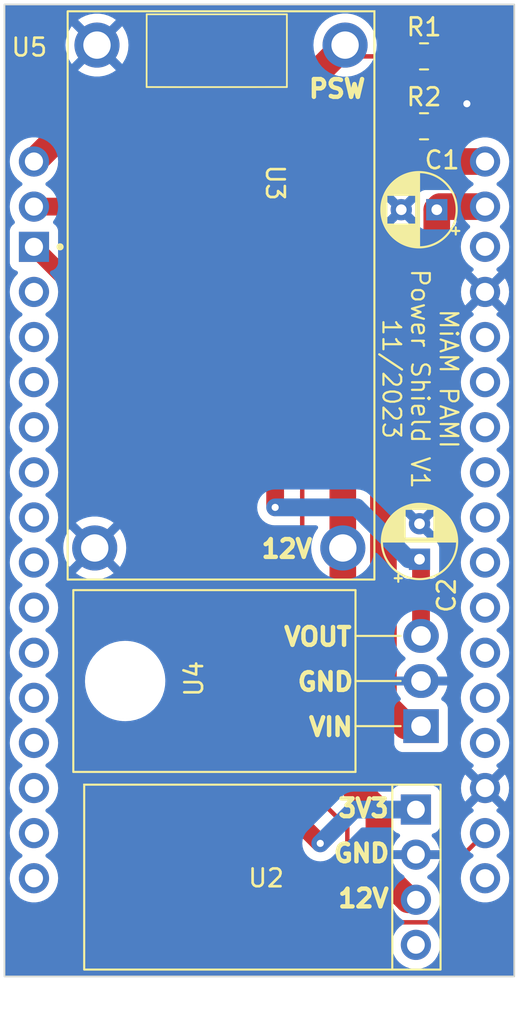
<source format=kicad_pcb>
(kicad_pcb (version 20221018) (generator pcbnew)
  (layers (0 "F.Cu" signal) (31 "B.Cu" signal) (34 "B.Paste" user) (35 "F.Paste" user) (36 "B.SilkS" user "B.Silkscreen") (37 "F.SilkS" user "F.Silkscreen") (38 "B.Mask" user) (39 "F.Mask" user) (44 "Edge.Cuts" user))
  (net 0 "")
  (net 1 "GND")
  (net 2 "+12V")
  (net 3 "/BAT_READING")
  (net 4 "+3V3")
  (net 5 "/POWER_SWITCH")
  (net 6 "/EMERGENCY_BUTTON")
  (net 7 "/5V_POWER")
  (footprint "Capacitor_THT:CP_Radial_D4.0mm_P2.00mm" (layer "F.Cu") (at 107.6526 66.167 180)
    (fp_text reference "C1" (at -0.2974 2.794) (layer "F.SilkS"))
    (fp_text value "0.22uF")
    (fp_line (start -1.269801 -1.195) (end -0.869801 -1.195) (stroke (width 0.12)) (layer "F.SilkS"))
    (fp_line (start -1.069801 -1.395) (end -1.069801 -0.995) (stroke (width 0.12)) (layer "F.SilkS"))
    (fp_line (start 1 -2.08) (end 1 2.08) (stroke (width 0.12)) (layer "F.SilkS"))
    (fp_line (start 1.04 -2.08) (end 1.04 2.08) (stroke (width 0.12)) (layer "F.SilkS"))
    (fp_line (start 1.08 -2.079) (end 1.08 2.079) (stroke (width 0.12)) (layer "F.SilkS"))
    (fp_line (start 1.12 -2.077) (end 1.12 2.077) (stroke (width 0.12)) (layer "F.SilkS"))
    (fp_line (start 1.16 -2.074) (end 1.16 2.074) (stroke (width 0.12)) (layer "F.SilkS"))
    (fp_line (start 1.2 -2.071) (end 1.2 -0.84) (stroke (width 0.12)) (layer "F.SilkS"))
    (fp_line (start 1.2 0.84) (end 1.2 2.071) (stroke (width 0.12)) (layer "F.SilkS"))
    (fp_line (start 1.24 -2.067) (end 1.24 -0.84) (stroke (width 0.12)) (layer "F.SilkS"))
    (fp_line (start 1.24 0.84) (end 1.24 2.067) (stroke (width 0.12)) (layer "F.SilkS"))
    (fp_line (start 1.28 -2.062) (end 1.28 -0.84) (stroke (width 0.12)) (layer "F.SilkS"))
    (fp_line (start 1.28 0.84) (end 1.28 2.062) (stroke (width 0.12)) (layer "F.SilkS"))
    (fp_line (start 1.32 -2.056) (end 1.32 -0.84) (stroke (width 0.12)) (layer "F.SilkS"))
    (fp_line (start 1.32 0.84) (end 1.32 2.056) (stroke (width 0.12)) (layer "F.SilkS"))
    (fp_line (start 1.36 -2.05) (end 1.36 -0.84) (stroke (width 0.12)) (layer "F.SilkS"))
    (fp_line (start 1.36 0.84) (end 1.36 2.05) (stroke (width 0.12)) (layer "F.SilkS"))
    (fp_line (start 1.4 -2.042) (end 1.4 -0.84) (stroke (width 0.12)) (layer "F.SilkS"))
    (fp_line (start 1.4 0.84) (end 1.4 2.042) (stroke (width 0.12)) (layer "F.SilkS"))
    (fp_line (start 1.44 -2.034) (end 1.44 -0.84) (stroke (width 0.12)) (layer "F.SilkS"))
    (fp_line (start 1.44 0.84) (end 1.44 2.034) (stroke (width 0.12)) (layer "F.SilkS"))
    (fp_line (start 1.48 -2.025) (end 1.48 -0.84) (stroke (width 0.12)) (layer "F.SilkS"))
    (fp_line (start 1.48 0.84) (end 1.48 2.025) (stroke (width 0.12)) (layer "F.SilkS"))
    (fp_line (start 1.52 -2.016) (end 1.52 -0.84) (stroke (width 0.12)) (layer "F.SilkS"))
    (fp_line (start 1.52 0.84) (end 1.52 2.016) (stroke (width 0.12)) (layer "F.SilkS"))
    (fp_line (start 1.56 -2.005) (end 1.56 -0.84) (stroke (width 0.12)) (layer "F.SilkS"))
    (fp_line (start 1.56 0.84) (end 1.56 2.005) (stroke (width 0.12)) (layer "F.SilkS"))
    (fp_line (start 1.6 -1.994) (end 1.6 -0.84) (stroke (width 0.12)) (layer "F.SilkS"))
    (fp_line (start 1.6 0.84) (end 1.6 1.994) (stroke (width 0.12)) (layer "F.SilkS"))
    (fp_line (start 1.64 -1.982) (end 1.64 -0.84) (stroke (width 0.12)) (layer "F.SilkS"))
    (fp_line (start 1.64 0.84) (end 1.64 1.982) (stroke (width 0.12)) (layer "F.SilkS"))
    (fp_line (start 1.68 -1.968) (end 1.68 -0.84) (stroke (width 0.12)) (layer "F.SilkS"))
    (fp_line (start 1.68 0.84) (end 1.68 1.968) (stroke (width 0.12)) (layer "F.SilkS"))
    (fp_line (start 1.721 -1.954) (end 1.721 -0.84) (stroke (width 0.12)) (layer "F.SilkS"))
    (fp_line (start 1.721 0.84) (end 1.721 1.954) (stroke (width 0.12)) (layer "F.SilkS"))
    (fp_line (start 1.761 -1.94) (end 1.761 -0.84) (stroke (width 0.12)) (layer "F.SilkS"))
    (fp_line (start 1.761 0.84) (end 1.761 1.94) (stroke (width 0.12)) (layer "F.SilkS"))
    (fp_line (start 1.801 -1.924) (end 1.801 -0.84) (stroke (width 0.12)) (layer "F.SilkS"))
    (fp_line (start 1.801 0.84) (end 1.801 1.924) (stroke (width 0.12)) (layer "F.SilkS"))
    (fp_line (start 1.841 -1.907) (end 1.841 -0.84) (stroke (width 0.12)) (layer "F.SilkS"))
    (fp_line (start 1.841 0.84) (end 1.841 1.907) (stroke (width 0.12)) (layer "F.SilkS"))
    (fp_line (start 1.881 -1.889) (end 1.881 -0.84) (stroke (width 0.12)) (layer "F.SilkS"))
    (fp_line (start 1.881 0.84) (end 1.881 1.889) (stroke (width 0.12)) (layer "F.SilkS"))
    (fp_line (start 1.921 -1.87) (end 1.921 -0.84) (stroke (width 0.12)) (layer "F.SilkS"))
    (fp_line (start 1.921 0.84) (end 1.921 1.87) (stroke (width 0.12)) (layer "F.SilkS"))
    (fp_line (start 1.961 -1.851) (end 1.961 -0.84) (stroke (width 0.12)) (layer "F.SilkS"))
    (fp_line (start 1.961 0.84) (end 1.961 1.851) (stroke (width 0.12)) (layer "F.SilkS"))
    (fp_line (start 2.001 -1.83) (end 2.001 -0.84) (stroke (width 0.12)) (layer "F.SilkS"))
    (fp_line (start 2.001 0.84) (end 2.001 1.83) (stroke (width 0.12)) (layer "F.SilkS"))
    (fp_line (start 2.041 -1.808) (end 2.041 -0.84) (stroke (width 0.12)) (layer "F.SilkS"))
    (fp_line (start 2.041 0.84) (end 2.041 1.808) (stroke (width 0.12)) (layer "F.SilkS"))
    (fp_line (start 2.081 -1.785) (end 2.081 -0.84) (stroke (width 0.12)) (layer "F.SilkS"))
    (fp_line (start 2.081 0.84) (end 2.081 1.785) (stroke (width 0.12)) (layer "F.SilkS"))
    (fp_line (start 2.121 -1.76) (end 2.121 -0.84) (stroke (width 0.12)) (layer "F.SilkS"))
    (fp_line (start 2.121 0.84) (end 2.121 1.76) (stroke (width 0.12)) (layer "F.SilkS"))
    (fp_line (start 2.161 -1.735) (end 2.161 -0.84) (stroke (width 0.12)) (layer "F.SilkS"))
    (fp_line (start 2.161 0.84) (end 2.161 1.735) (stroke (width 0.12)) (layer "F.SilkS"))
    (fp_line (start 2.201 -1.708) (end 2.201 -0.84) (stroke (width 0.12)) (layer "F.SilkS"))
    (fp_line (start 2.201 0.84) (end 2.201 1.708) (stroke (width 0.12)) (layer "F.SilkS"))
    (fp_line (start 2.241 -1.68) (end 2.241 -0.84) (stroke (width 0.12)) (layer "F.SilkS"))
    (fp_line (start 2.241 0.84) (end 2.241 1.68) (stroke (width 0.12)) (layer "F.SilkS"))
    (fp_line (start 2.281 -1.65) (end 2.281 -0.84) (stroke (width 0.12)) (layer "F.SilkS"))
    (fp_line (start 2.281 0.84) (end 2.281 1.65) (stroke (width 0.12)) (layer "F.SilkS"))
    (fp_line (start 2.321 -1.619) (end 2.321 -0.84) (stroke (width 0.12)) (layer "F.SilkS"))
    (fp_line (start 2.321 0.84) (end 2.321 1.619) (stroke (width 0.12)) (layer "F.SilkS"))
    (fp_line (start 2.361 -1.587) (end 2.361 -0.84) (stroke (width 0.12)) (layer "F.SilkS"))
    (fp_line (start 2.361 0.84) (end 2.361 1.587) (stroke (width 0.12)) (layer "F.SilkS"))
    (fp_line (start 2.401 -1.552) (end 2.401 -0.84) (stroke (width 0.12)) (layer "F.SilkS"))
    (fp_line (start 2.401 0.84) (end 2.401 1.552) (stroke (width 0.12)) (layer "F.SilkS"))
    (fp_line (start 2.441 -1.516) (end 2.441 -0.84) (stroke (width 0.12)) (layer "F.SilkS"))
    (fp_line (start 2.441 0.84) (end 2.441 1.516) (stroke (width 0.12)) (layer "F.SilkS"))
    (fp_line (start 2.481 -1.478) (end 2.481 -0.84) (stroke (width 0.12)) (layer "F.SilkS"))
    (fp_line (start 2.481 0.84) (end 2.481 1.478) (stroke (width 0.12)) (layer "F.SilkS"))
    (fp_line (start 2.521 -1.438) (end 2.521 -0.84) (stroke (width 0.12)) (layer "F.SilkS"))
    (fp_line (start 2.521 0.84) (end 2.521 1.438) (stroke (width 0.12)) (layer "F.SilkS"))
    (fp_line (start 2.561 -1.396) (end 2.561 -0.84) (stroke (width 0.12)) (layer "F.SilkS"))
    (fp_line (start 2.561 0.84) (end 2.561 1.396) (stroke (width 0.12)) (layer "F.SilkS"))
    (fp_line (start 2.601 -1.351) (end 2.601 -0.84) (stroke (width 0.12)) (layer "F.SilkS"))
    (fp_line (start 2.601 0.84) (end 2.601 1.351) (stroke (width 0.12)) (layer "F.SilkS"))
    (fp_line (start 2.641 -1.304) (end 2.641 -0.84) (stroke (width 0.12)) (layer "F.SilkS"))
    (fp_line (start 2.641 0.84) (end 2.641 1.304) (stroke (width 0.12)) (layer "F.SilkS"))
    (fp_line (start 2.681 -1.254) (end 2.681 -0.84) (stroke (width 0.12)) (layer "F.SilkS"))
    (fp_line (start 2.681 0.84) (end 2.681 1.254) (stroke (width 0.12)) (layer "F.SilkS"))
    (fp_line (start 2.721 -1.2) (end 2.721 -0.84) (stroke (width 0.12)) (layer "F.SilkS"))
    (fp_line (start 2.721 0.84) (end 2.721 1.2) (stroke (width 0.12)) (layer "F.SilkS"))
    (fp_line (start 2.761 -1.142) (end 2.761 -0.84) (stroke (width 0.12)) (layer "F.SilkS"))
    (fp_line (start 2.761 0.84) (end 2.761 1.142) (stroke (width 0.12)) (layer "F.SilkS"))
    (fp_line (start 2.801 -1.08) (end 2.801 -0.84) (stroke (width 0.12)) (layer "F.SilkS"))
    (fp_line (start 2.801 0.84) (end 2.801 1.08) (stroke (width 0.12)) (layer "F.SilkS"))
    (fp_line (start 2.841 -1.013) (end 2.841 1.013) (stroke (width 0.12)) (layer "F.SilkS"))
    (fp_line (start 2.881 -0.94) (end 2.881 0.94) (stroke (width 0.12)) (layer "F.SilkS"))
    (fp_line (start 2.921 -0.859) (end 2.921 0.859) (stroke (width 0.12)) (layer "F.SilkS"))
    (fp_line (start 2.961 -0.768) (end 2.961 0.768) (stroke (width 0.12)) (layer "F.SilkS"))
    (fp_line (start 3.001 -0.664) (end 3.001 0.664) (stroke (width 0.12)) (layer "F.SilkS"))
    (fp_line (start 3.041 -0.537) (end 3.041 0.537) (stroke (width 0.12)) (layer "F.SilkS"))
    (fp_line (start 3.081 -0.37) (end 3.081 0.37) (stroke (width 0.12)) (layer "F.SilkS"))
    (fp_circle (center 1 0) (end 3.12 0) (stroke (width 0.12)) (fill none) (layer "F.SilkS"))
    (pad "1" thru_hole rect (at 0 0 180) (size 1.2 1.2) (drill 0.6) (layers "*.Cu" "*.Mask") (net 6 "/EMERGENCY_BUTTON"))
    (pad "2" thru_hole circle (at 2 0 180) (size 1.2 1.2) (drill 0.6) (layers "*.Cu" "*.Mask") (net 1 "GND"))
  )
  (footprint "MiAM_ESP32_Footprints:VoltageRegulator" (layer "F.Cu") (at 97.5614 103.7082)
    (fp_text reference "U2" (at 0.4826 0.1016 unlocked) (layer "F.SilkS"))
    (fp_text value "3V3")
    (fp_line (start 7.5854 -5.1308) (end 7.5854 5.1908) (stroke (width 0.12)) (layer "F.SilkS"))
    (fp_rect (start -9.7628 -5.1608) (end 10.3032 5.2532) (stroke (width 0.12)) (fill none) (layer "F.SilkS"))
    (pad "1" thru_hole rect (at 8.9154 -3.7592) (size 1.7 1.7) (drill 1) (layers "*.Cu" "*.Mask") (net 4 "+3V3"))
    (pad "2" thru_hole oval (at 8.9154 -1.2192) (size 1.7 1.7) (drill 1) (layers "*.Cu" "*.Mask") (net 1 "GND"))
    (pad "3" thru_hole oval (at 8.9154 1.3208) (size 1.7 1.7) (drill 1) (layers "*.Cu" "*.Mask") (net 2 "+12V"))
    (pad "4" thru_hole oval (at 8.9154 3.8608) (size 1.7 1.7) (drill 1) (layers "*.Cu" "*.Mask"))
  )
  (footprint "MiAM_ESP32_Footprints:MT3608" (layer "F.Cu") (at 95.25 70.485 -90)
    (fp_text reference "U3" (at -5.842 -3.302 -90 unlocked) (layer "F.SilkS"))
    (fp_text value "MT3608")
    (fp_line (start -15.324 -3.9624) (end -15.324 3.932) (stroke (width 0.1)) (layer "F.SilkS"))
    (fp_line (start -15.324 3.932) (end -11.2268 3.937) (stroke (width 0.1)) (layer "F.SilkS"))
    (fp_line (start -11.2268 -3.9624) (end -15.324 -3.9624) (stroke (width 0.1)) (layer "F.SilkS"))
    (fp_line (start -11.224 2.032) (end -11.2268 -3.9624) (stroke (width 0.1)) (layer "F.SilkS"))
    (fp_line (start -11.224 2.032) (end -11.2268 3.937) (stroke (width 0.1)) (layer "F.SilkS"))
    (fp_rect (start -15.494 -8.89) (end 16.51 8.382) (stroke (width 0.12)) (fill none) (layer "F.SilkS"))
    (pad "1" thru_hole circle (at -13.589 -7.239 270) (size 2.54 2.54) (drill 1.54) (layers "*.Cu" "*.Mask") (net 5 "/POWER_SWITCH"))
    (pad "2" thru_hole circle (at -13.589 6.731 270) (size 2.54 2.54) (drill 1.54) (layers "*.Cu" "*.Mask") (net 1 "GND"))
    (pad "3" thru_hole circle (at 14.732 -7.112 270) (size 2.54 2.54) (drill 1.54) (layers "*.Cu" "*.Mask") (net 2 "+12V"))
    (pad "4" thru_hole circle (at 14.732 6.858 270) (size 2.54 2.54) (drill 1.54) (layers "*.Cu" "*.Mask") (net 1 "GND"))
  )
  (footprint "Package_TO_SOT_THT:TO-220-3_Horizontal_TabDown" (layer "F.Cu") (at 106.766 95.25 90)
    (fp_text reference "U4" (at 2.667 -12.786 90) (layer "F.SilkS"))
    (fp_text value "LM7805_TO220")
    (fp_line (start -2.58 -19.58) (end -2.58 -3.69) (stroke (width 0.12)) (layer "F.SilkS"))
    (fp_line (start -2.58 -19.58) (end 7.66 -19.58) (stroke (width 0.12)) (layer "F.SilkS"))
    (fp_line (start -2.58 -3.69) (end 7.66 -3.69) (stroke (width 0.12)) (layer "F.SilkS"))
    (fp_line (start 0 -3.69) (end 0 -1.15) (stroke (width 0.12)) (layer "F.SilkS"))
    (fp_line (start 2.54 -3.69) (end 2.54 -1.15) (stroke (width 0.12)) (layer "F.SilkS"))
    (fp_line (start 5.08 -3.69) (end 5.08 -1.15) (stroke (width 0.12)) (layer "F.SilkS"))
    (fp_line (start 7.66 -19.58) (end 7.66 -3.69) (stroke (width 0.12)) (layer "F.SilkS"))
    (pad "" np_thru_hole oval (at 2.54 -16.66 90) (size 3.5 3.5) (drill 3.5) (layers "*.Cu" "*.Mask"))
    (pad "1" thru_hole rect (at 0 0 90) (size 1.905 2) (drill 1.1) (layers "*.Cu" "*.Mask") (net 6 "/EMERGENCY_BUTTON"))
    (pad "2" thru_hole oval (at 2.54 0 90) (size 1.905 2) (drill 1.1) (layers "*.Cu" "*.Mask") (net 1 "GND"))
    (pad "3" thru_hole oval (at 5.08 0 90) (size 1.905 2) (drill 1.1) (layers "*.Cu" "*.Mask") (net 7 "/5V_POWER"))
  )
  (footprint "Resistor_SMD:R_0805_2012Metric_Pad1.20x1.40mm_HandSolder" (layer "F.Cu") (at 106.934 61.468)
    (fp_text reference "R2" (at 0 -1.65) (layer "F.SilkS"))
    (fp_text value "10k")
    (fp_line (start -0.227064 -0.735) (end 0.227064 -0.735) (stroke (width 0.12)) (layer "F.SilkS"))
    (fp_line (start -0.227064 0.735) (end 0.227064 0.735) (stroke (width 0.12)) (layer "F.SilkS"))
    (pad "1" smd roundrect (at -1 0) (size 1.2 1.4) (layers "F.Cu" "F.Paste" "F.Mask") (roundrect_rratio 0.208333) (net 3 "/BAT_READING"))
    (pad "2" smd roundrect (at 1 0) (size 1.2 1.4) (layers "F.Cu" "F.Paste" "F.Mask") (roundrect_rratio 0.208333) (net 1 "GND"))
  )
  (footprint "Capacitor_THT:CP_Radial_D4.0mm_P2.00mm" (layer "F.Cu") (at 106.68 85.852 90)
    (fp_text reference "C2" (at -2.032 1.524 90) (layer "F.SilkS"))
    (fp_text value "0.1uF")
    (fp_line (start -1.269801 -1.195) (end -0.869801 -1.195) (stroke (width 0.12)) (layer "F.SilkS"))
    (fp_line (start -1.069801 -1.395) (end -1.069801 -0.995) (stroke (width 0.12)) (layer "F.SilkS"))
    (fp_line (start 1 -2.08) (end 1 2.08) (stroke (width 0.12)) (layer "F.SilkS"))
    (fp_line (start 1.04 -2.08) (end 1.04 2.08) (stroke (width 0.12)) (layer "F.SilkS"))
    (fp_line (start 1.08 -2.079) (end 1.08 2.079) (stroke (width 0.12)) (layer "F.SilkS"))
    (fp_line (start 1.12 -2.077) (end 1.12 2.077) (stroke (width 0.12)) (layer "F.SilkS"))
    (fp_line (start 1.16 -2.074) (end 1.16 2.074) (stroke (width 0.12)) (layer "F.SilkS"))
    (fp_line (start 1.2 -2.071) (end 1.2 -0.84) (stroke (width 0.12)) (layer "F.SilkS"))
    (fp_line (start 1.2 0.84) (end 1.2 2.071) (stroke (width 0.12)) (layer "F.SilkS"))
    (fp_line (start 1.24 -2.067) (end 1.24 -0.84) (stroke (width 0.12)) (layer "F.SilkS"))
    (fp_line (start 1.24 0.84) (end 1.24 2.067) (stroke (width 0.12)) (layer "F.SilkS"))
    (fp_line (start 1.28 -2.062) (end 1.28 -0.84) (stroke (width 0.12)) (layer "F.SilkS"))
    (fp_line (start 1.28 0.84) (end 1.28 2.062) (stroke (width 0.12)) (layer "F.SilkS"))
    (fp_line (start 1.32 -2.056) (end 1.32 -0.84) (stroke (width 0.12)) (layer "F.SilkS"))
    (fp_line (start 1.32 0.84) (end 1.32 2.056) (stroke (width 0.12)) (layer "F.SilkS"))
    (fp_line (start 1.36 -2.05) (end 1.36 -0.84) (stroke (width 0.12)) (layer "F.SilkS"))
    (fp_line (start 1.36 0.84) (end 1.36 2.05) (stroke (width 0.12)) (layer "F.SilkS"))
    (fp_line (start 1.4 -2.042) (end 1.4 -0.84) (stroke (width 0.12)) (layer "F.SilkS"))
    (fp_line (start 1.4 0.84) (end 1.4 2.042) (stroke (width 0.12)) (layer "F.SilkS"))
    (fp_line (start 1.44 -2.034) (end 1.44 -0.84) (stroke (width 0.12)) (layer "F.SilkS"))
    (fp_line (start 1.44 0.84) (end 1.44 2.034) (stroke (width 0.12)) (layer "F.SilkS"))
    (fp_line (start 1.48 -2.025) (end 1.48 -0.84) (stroke (width 0.12)) (layer "F.SilkS"))
    (fp_line (start 1.48 0.84) (end 1.48 2.025) (stroke (width 0.12)) (layer "F.SilkS"))
    (fp_line (start 1.52 -2.016) (end 1.52 -0.84) (stroke (width 0.12)) (layer "F.SilkS"))
    (fp_line (start 1.52 0.84) (end 1.52 2.016) (stroke (width 0.12)) (layer "F.SilkS"))
    (fp_line (start 1.56 -2.005) (end 1.56 -0.84) (stroke (width 0.12)) (layer "F.SilkS"))
    (fp_line (start 1.56 0.84) (end 1.56 2.005) (stroke (width 0.12)) (layer "F.SilkS"))
    (fp_line (start 1.6 -1.994) (end 1.6 -0.84) (stroke (width 0.12)) (layer "F.SilkS"))
    (fp_line (start 1.6 0.84) (end 1.6 1.994) (stroke (width 0.12)) (layer "F.SilkS"))
    (fp_line (start 1.64 -1.982) (end 1.64 -0.84) (stroke (width 0.12)) (layer "F.SilkS"))
    (fp_line (start 1.64 0.84) (end 1.64 1.982) (stroke (width 0.12)) (layer "F.SilkS"))
    (fp_line (start 1.68 -1.968) (end 1.68 -0.84) (stroke (width 0.12)) (layer "F.SilkS"))
    (fp_line (start 1.68 0.84) (end 1.68 1.968) (stroke (width 0.12)) (layer "F.SilkS"))
    (fp_line (start 1.721 -1.954) (end 1.721 -0.84) (stroke (width 0.12)) (layer "F.SilkS"))
    (fp_line (start 1.721 0.84) (end 1.721 1.954) (stroke (width 0.12)) (layer "F.SilkS"))
    (fp_line (start 1.761 -1.94) (end 1.761 -0.84) (stroke (width 0.12)) (layer "F.SilkS"))
    (fp_line (start 1.761 0.84) (end 1.761 1.94) (stroke (width 0.12)) (layer "F.SilkS"))
    (fp_line (start 1.801 -1.924) (end 1.801 -0.84) (stroke (width 0.12)) (layer "F.SilkS"))
    (fp_line (start 1.801 0.84) (end 1.801 1.924) (stroke (width 0.12)) (layer "F.SilkS"))
    (fp_line (start 1.841 -1.907) (end 1.841 -0.84) (stroke (width 0.12)) (layer "F.SilkS"))
    (fp_line (start 1.841 0.84) (end 1.841 1.907) (stroke (width 0.12)) (layer "F.SilkS"))
    (fp_line (start 1.881 -1.889) (end 1.881 -0.84) (stroke (width 0.12)) (layer "F.SilkS"))
    (fp_line (start 1.881 0.84) (end 1.881 1.889) (stroke (width 0.12)) (layer "F.SilkS"))
    (fp_line (start 1.921 -1.87) (end 1.921 -0.84) (stroke (width 0.12)) (layer "F.SilkS"))
    (fp_line (start 1.921 0.84) (end 1.921 1.87) (stroke (width 0.12)) (layer "F.SilkS"))
    (fp_line (start 1.961 -1.851) (end 1.961 -0.84) (stroke (width 0.12)) (layer "F.SilkS"))
    (fp_line (start 1.961 0.84) (end 1.961 1.851) (stroke (width 0.12)) (layer "F.SilkS"))
    (fp_line (start 2.001 -1.83) (end 2.001 -0.84) (stroke (width 0.12)) (layer "F.SilkS"))
    (fp_line (start 2.001 0.84) (end 2.001 1.83) (stroke (width 0.12)) (layer "F.SilkS"))
    (fp_line (start 2.041 -1.808) (end 2.041 -0.84) (stroke (width 0.12)) (layer "F.SilkS"))
    (fp_line (start 2.041 0.84) (end 2.041 1.808) (stroke (width 0.12)) (layer "F.SilkS"))
    (fp_line (start 2.081 -1.785) (end 2.081 -0.84) (stroke (width 0.12)) (layer "F.SilkS"))
    (fp_line (start 2.081 0.84) (end 2.081 1.785) (stroke (width 0.12)) (layer "F.SilkS"))
    (fp_line (start 2.121 -1.76) (end 2.121 -0.84) (stroke (width 0.12)) (layer "F.SilkS"))
    (fp_line (start 2.121 0.84) (end 2.121 1.76) (stroke (width 0.12)) (layer "F.SilkS"))
    (fp_line (start 2.161 -1.735) (end 2.161 -0.84) (stroke (width 0.12)) (layer "F.SilkS"))
    (fp_line (start 2.161 0.84) (end 2.161 1.735) (stroke (width 0.12)) (layer "F.SilkS"))
    (fp_line (start 2.201 -1.708) (end 2.201 -0.84) (stroke (width 0.12)) (layer "F.SilkS"))
    (fp_line (start 2.201 0.84) (end 2.201 1.708) (stroke (width 0.12)) (layer "F.SilkS"))
    (fp_line (start 2.241 -1.68) (end 2.241 -0.84) (stroke (width 0.12)) (layer "F.SilkS"))
    (fp_line (start 2.241 0.84) (end 2.241 1.68) (stroke (width 0.12)) (layer "F.SilkS"))
    (fp_line (start 2.281 -1.65) (end 2.281 -0.84) (stroke (width 0.12)) (layer "F.SilkS"))
    (fp_line (start 2.281 0.84) (end 2.281 1.65) (stroke (width 0.12)) (layer "F.SilkS"))
    (fp_line (start 2.321 -1.619) (end 2.321 -0.84) (stroke (width 0.12)) (layer "F.SilkS"))
    (fp_line (start 2.321 0.84) (end 2.321 1.619) (stroke (width 0.12)) (layer "F.SilkS"))
    (fp_line (start 2.361 -1.587) (end 2.361 -0.84) (stroke (width 0.12)) (layer "F.SilkS"))
    (fp_line (start 2.361 0.84) (end 2.361 1.587) (stroke (width 0.12)) (layer "F.SilkS"))
    (fp_line (start 2.401 -1.552) (end 2.401 -0.84) (stroke (width 0.12)) (layer "F.SilkS"))
    (fp_line (start 2.401 0.84) (end 2.401 1.552) (stroke (width 0.12)) (layer "F.SilkS"))
    (fp_line (start 2.441 -1.516) (end 2.441 -0.84) (stroke (width 0.12)) (layer "F.SilkS"))
    (fp_line (start 2.441 0.84) (end 2.441 1.516) (stroke (width 0.12)) (layer "F.SilkS"))
    (fp_line (start 2.481 -1.478) (end 2.481 -0.84) (stroke (width 0.12)) (layer "F.SilkS"))
    (fp_line (start 2.481 0.84) (end 2.481 1.478) (stroke (width 0.12)) (layer "F.SilkS"))
    (fp_line (start 2.521 -1.438) (end 2.521 -0.84) (stroke (width 0.12)) (layer "F.SilkS"))
    (fp_line (start 2.521 0.84) (end 2.521 1.438) (stroke (width 0.12)) (layer "F.SilkS"))
    (fp_line (start 2.561 -1.396) (end 2.561 -0.84) (stroke (width 0.12)) (layer "F.SilkS"))
    (fp_line (start 2.561 0.84) (end 2.561 1.396) (stroke (width 0.12)) (layer "F.SilkS"))
    (fp_line (start 2.601 -1.351) (end 2.601 -0.84) (stroke (width 0.12)) (layer "F.SilkS"))
    (fp_line (start 2.601 0.84) (end 2.601 1.351) (stroke (width 0.12)) (layer "F.SilkS"))
    (fp_line (start 2.641 -1.304) (end 2.641 -0.84) (stroke (width 0.12)) (layer "F.SilkS"))
    (fp_line (start 2.641 0.84) (end 2.641 1.304) (stroke (width 0.12)) (layer "F.SilkS"))
    (fp_line (start 2.681 -1.254) (end 2.681 -0.84) (stroke (width 0.12)) (layer "F.SilkS"))
    (fp_line (start 2.681 0.84) (end 2.681 1.254) (stroke (width 0.12)) (layer "F.SilkS"))
    (fp_line (start 2.721 -1.2) (end 2.721 -0.84) (stroke (width 0.12)) (layer "F.SilkS"))
    (fp_line (start 2.721 0.84) (end 2.721 1.2) (stroke (width 0.12)) (layer "F.SilkS"))
    (fp_line (start 2.761 -1.142) (end 2.761 -0.84) (stroke (width 0.12)) (layer "F.SilkS"))
    (fp_line (start 2.761 0.84) (end 2.761 1.142) (stroke (width 0.12)) (layer "F.SilkS"))
    (fp_line (start 2.801 -1.08) (end 2.801 -0.84) (stroke (width 0.12)) (layer "F.SilkS"))
    (fp_line (start 2.801 0.84) (end 2.801 1.08) (stroke (width 0.12)) (layer "F.SilkS"))
    (fp_line (start 2.841 -1.013) (end 2.841 1.013) (stroke (width 0.12)) (layer "F.SilkS"))
    (fp_line (start 2.881 -0.94) (end 2.881 0.94) (stroke (width 0.12)) (layer "F.SilkS"))
    (fp_line (start 2.921 -0.859) (end 2.921 0.859) (stroke (width 0.12)) (layer "F.SilkS"))
    (fp_line (start 2.961 -0.768) (end 2.961 0.768) (stroke (width 0.12)) (layer "F.SilkS"))
    (fp_line (start 3.001 -0.664) (end 3.001 0.664) (stroke (width 0.12)) (layer "F.SilkS"))
    (fp_line (start 3.041 -0.537) (end 3.041 0.537) (stroke (width 0.12)) (layer "F.SilkS"))
    (fp_line (start 3.081 -0.37) (end 3.081 0.37) (stroke (width 0.12)) (layer "F.SilkS"))
    (fp_circle (center 1 0) (end 3.12 0) (stroke (width 0.12)) (fill none) (layer "F.SilkS"))
    (pad "1" thru_hole rect (at 0 0 90) (size 1.2 1.2) (drill 0.6) (layers "*.Cu" "*.Mask") (net 7 "/5V_POWER"))
    (pad "2" thru_hole circle (at 2 0 90) (size 1.2 1.2) (drill 0.6) (layers "*.Cu" "*.Mask") (net 1 "GND"))
  )
  (footprint "MiAM_ESP32_Footprints:ESP32_ShieldPattern" (layer "F.Cu") (at 97.6695 83.7725)
    (fp_text reference "U5" (at -12.9605 -26.7495) (layer "F.SilkS"))
    (fp_text value "ESP32-DEVKIT-V1")
    (fp_circle (center -11.2268 -15.515) (end -11.1268 -15.515) (stroke (width 0.2)) (fill none) (layer "F.SilkS"))
    (pad "1" thru_hole rect (at -12.7 -15.515) (size 1.7 1.7) (drill 1.02) (layers "*.Cu" "*.Mask") (net 4 "+3V3"))
    (pad "2" thru_hole circle (at -12.7 -12.975) (size 1.7 1.7) (drill 1.02) (layers "*.Cu" "*.Mask"))
    (pad "3" thru_hole circle (at -12.7 -10.435) (size 1.7 1.7) (drill 1.02) (layers "*.Cu" "*.Mask"))
    (pad "4" thru_hole circle (at -12.7 -7.895) (size 1.7 1.7) (drill 1.02) (layers "*.Cu" "*.Mask"))
    (pad "5" thru_hole circle (at -12.7 -5.355) (size 1.7 1.7) (drill 1.02) (layers "*.Cu" "*.Mask"))
    (pad "6" thru_hole circle (at -12.7 -2.815) (size 1.7 1.7) (drill 1.02) (layers "*.Cu" "*.Mask"))
    (pad "7" thru_hole circle (at -12.7 -0.275) (size 1.7 1.7) (drill 1.02) (layers "*.Cu" "*.Mask"))
    (pad "8" thru_hole circle (at -12.7 2.265) (size 1.7 1.7) (drill 1.02) (layers "*.Cu" "*.Mask"))
    (pad "9" thru_hole circle (at -12.7 4.805) (size 1.7 1.7) (drill 1.02) (layers "*.Cu" "*.Mask"))
    (pad "10" thru_hole circle (at -12.7 7.345) (size 1.7 1.7) (drill 1.02) (layers "*.Cu" "*.Mask"))
    (pad "11" thru_hole circle (at -12.7 9.885) (size 1.7 1.7) (drill 1.02) (layers "*.Cu" "*.Mask"))
    (pad "12" thru_hole circle (at -12.7 12.425) (size 1.7 1.7) (drill 1.02) (layers "*.Cu" "*.Mask"))
    (pad "13" thru_hole circle (at -12.7 14.965) (size 1.7 1.7) (drill 1.02) (layers "*.Cu" "*.Mask"))
    (pad "14" thru_hole circle (at -12.7 17.505) (size 1.7 1.7) (drill 1.02) (layers "*.Cu" "*.Mask"))
    (pad "15" thru_hole circle (at -12.7 20.045) (size 1.7 1.7) (drill 1.02) (layers "*.Cu" "*.Mask"))
    (pad "16" thru_hole circle (at 12.7 20.045) (size 1.7 1.7) (drill 1.02) (layers "*.Cu" "*.Mask"))
    (pad "17" thru_hole circle (at 12.7 17.505) (size 1.7 1.7) (drill 1.02) (layers "*.Cu" "*.Mask") (net 3 "/BAT_READING"))
    (pad "18" thru_hole circle (at 12.7 14.965) (size 1.7 1.7) (drill 1.02) (layers "*.Cu" "*.Mask") (net 1 "GND"))
    (pad "19" thru_hole circle (at 12.7 12.425) (size 1.7 1.7) (drill 1.02) (layers "*.Cu" "*.Mask"))
    (pad "20" thru_hole circle (at 12.7 9.885) (size 1.7 1.7) (drill 1.02) (layers "*.Cu" "*.Mask"))
    (pad "21" thru_hole circle (at 12.7 7.345) (size 1.7 1.7) (drill 1.02) (layers "*.Cu" "*.Mask"))
    (pad "22" thru_hole circle (at 12.7 4.805) (size 1.7 1.7) (drill 1.02) (layers "*.Cu" "*.Mask"))
    (pad "23" thru_hole circle (at 12.7 2.265) (size 1.7 1.7) (drill 1.02) (layers "*.Cu" "*.Mask"))
    (pad "24" thru_hole circle (at 12.7 -0.275) (size 1.7 1.7) (drill 1.02) (layers "*.Cu" "*.Mask"))
    (pad "25" thru_hole circle (at 12.7 -2.815) (size 1.7 1.7) (drill 1.02) (layers "*.Cu" "*.Mask"))
    (pad "26" thru_hole circle (at 12.7 -5.355) (size 1.7 1.7) (drill 1.02) (layers "*.Cu" "*.Mask"))
    (pad "27" thru_hole circle (at 12.7 -7.895) (size 1.7 1.7) (drill 1.02) (layers "*.Cu" "*.Mask"))
    (pad "28" thru_hole circle (at 12.7 -10.435) (size 1.7 1.7) (drill 1.02) (layers "*.Cu" "*.Mask"))
    (pad "29" thru_hole circle (at 12.7 -12.975) (size 1.7 1.7) (drill 1.02) (layers "*.Cu" "*.Mask") (net 1 "GND"))
    (pad "30" thru_hole circle (at 12.7 -15.515) (size 1.7 1.7) (drill 1.02) (layers "*.Cu" "*.Mask"))
    (pad "SH1" thru_hole circle (at 12.7 -17.78) (size 1.7 1.7) (drill 1.02) (layers "*.Cu" "*.Mask") (net 6 "/EMERGENCY_BUTTON"))
    (pad "SH2" thru_hole circle (at 12.7 -20.32) (size 1.7 1.7) (drill 1.02) (layers "*.Cu" "*.Mask") (net 2 "+12V"))
    (pad "SH3" thru_hole circle (at -12.7 -17.78) (size 1.7 1.7) (drill 1.02) (layers "*.Cu" "*.Mask") (net 7 "/5V_POWER"))
    (pad "SH4" thru_hole circle (at -12.7 -20.32) (size 1.7 1.7) (drill 1.02) (layers "*.Cu" "*.Mask") (net 5 "/POWER_SWITCH"))
  )
  (footprint "Resistor_SMD:R_0805_2012Metric_Pad1.20x1.40mm_HandSolder" (layer "F.Cu") (at 106.934 57.531)
    (fp_text reference "R1" (at 0 -1.65) (layer "F.SilkS"))
    (fp_text value "100k")
    (fp_line (start -0.227064 -0.735) (end 0.227064 -0.735) (stroke (width 0.12)) (layer "F.SilkS"))
    (fp_line (start -0.227064 0.735) (end 0.227064 0.735) (stroke (width 0.12)) (layer "F.SilkS"))
    (pad "1" smd roundrect (at -1 0) (size 1.2 1.4) (layers "F.Cu" "F.Paste" "F.Mask") (roundrect_rratio 0.208333) (net 5 "/POWER_SWITCH"))
    (pad "2" smd roundrect (at 1 0) (size 1.2 1.4) (layers "F.Cu" "F.Paste" "F.Mask") (roundrect_rratio 0.208333) (net 3 "/BAT_READING"))
  )
  (gr_rect (start 83.312 54.61) (end 112.014 109.347) (stroke (width 0.1)) (fill none) (layer "Edge.Cuts"))
  (gr_text "MiAM PAMI\nPower Shield V1\n11/2023" (at 104.521 75.692 270) (layer "F.SilkS") (effects (font (size 1 1) (thickness 0.125)) (justify bottom)))
  (gr_text "12V" (at 101.981 105.537) (layer "F.SilkS") (effects (font (size 1 1) (thickness 0.25) bold) (justify left bottom)))
  (gr_text "GND" (at 101.727 102.997) (layer "F.SilkS") (effects (font (size 1 1) (thickness 0.25) bold) (justify left bottom)))
  (gr_text "PSW" (at 100.33 59.944) (layer "F.SilkS") (effects (font (size 1 1) (thickness 0.25) bold) (justify left bottom)))
  (gr_text "3V3" (at 101.981 100.457) (layer "F.SilkS") (effects (font (size 1 1) (thickness 0.25) bold) (justify left bottom)))
  (gr_text "GND" (at 99.695 93.345) (layer "F.SilkS") (effects (font (size 1 1) (thickness 0.25) bold) (justify left bottom)))
  (gr_text "12V" (at 97.663 85.852) (layer "F.SilkS") (effects (font (size 1 1) (thickness 0.25) bold) (justify left bottom)))
  (gr_text "VIN" (at 100.33 95.885) (layer "F.SilkS") (effects (font (size 1 1) (thickness 0.25) bold) (justify left bottom)))
  (gr_text "VOUT" (at 98.933 90.805) (layer "F.SilkS") (effects (font (size 1 1) (thickness 0.25) bold) (justify left bottom)))
  (segment (start 108.077 61.468) (end 109.347 60.198) (width 0.25) (layer "F.Cu") (net 1))
  (segment (start 107.934 61.468) (end 108.077 61.468) (width 0.25) (layer "F.Cu") (net 1))
  (via (at 109.347 60.198) (size 0.8) (drill 0.4) (layers "F.Cu" "B.Cu") (net 1))
  (segment (start 104.394 100.076) (end 102.362 98.044) (width 1.5) (layer "F.Cu") (net 2))
  (segment (start 104.394 103.378) (end 104.394 100.076) (width 1.5) (layer "F.Cu") (net 2))
  (segment (start 106.4768 105.029) (end 106.045 105.029) (width 1.5) (layer "F.Cu") (net 2))
  (segment (start 106.045 105.029) (end 104.394 103.378) (width 1.5) (layer "F.Cu") (net 2))
  (segment (start 105.8385 63.4525) (end 110.3695 63.4525) (width 1.5) (layer "F.Cu") (net 2))
  (segment (start 102.362 66.929) (end 105.8385 63.4525) (width 1.5) (layer "F.Cu") (net 2))
  (segment (start 102.362 98.044) (end 102.362 85.217) (width 1.5) (layer "F.Cu") (net 2))
  (segment (start 102.362 85.217) (end 102.362 66.929) (width 1.5) (layer "F.Cu") (net 2))
  (segment (start 104.902 106.299) (end 107.569 106.299) (width 0.25) (layer "F.Cu") (net 3))
  (segment (start 108.458 105.41) (end 108.458 103.189) (width 0.25) (layer "F.Cu") (net 3))
  (segment (start 100.076 65.389) (end 100.076 98.425) (width 0.25) (layer "F.Cu") (net 3))
  (segment (start 100.076 98.425) (end 102.616 100.965) (width 0.25) (layer "F.Cu") (net 3))
  (segment (start 107.934 59.468) (end 107.934 57.531) (width 0.25) (layer "F.Cu") (net 3))
  (segment (start 102.616 104.013) (end 104.902 106.299) (width 0.25) (layer "F.Cu") (net 3))
  (segment (start 107.569 106.299) (end 108.458 105.41) (width 0.25) (layer "F.Cu") (net 3))
  (segment (start 100.076 65.389) (end 107.934 57.531) (width 0.25) (layer "F.Cu") (net 3))
  (segment (start 105.934 61.468) (end 107.934 59.468) (width 0.25) (layer "F.Cu") (net 3))
  (segment (start 108.458 103.189) (end 110.3695 101.2775) (width 0.25) (layer "F.Cu") (net 3))
  (segment (start 102.616 100.965) (end 102.616 104.013) (width 0.25) (layer "F.Cu") (net 3))
  (segment (start 96.393 79.681) (end 84.9695 68.2575) (width 1) (layer "F.Cu") (net 4))
  (segment (start 96.393 97.155) (end 96.393 79.681) (width 1) (layer "F.Cu") (net 4))
  (segment (start 101.092 101.854) (end 96.393 97.155) (width 1) (layer "F.Cu") (net 4))
  (via (at 101.092 101.854) (size 0.8) (drill 0.4) (layers "F.Cu" "B.Cu") (net 4))
  (segment (start 106.4768 99.949) (end 102.997 99.949) (width 1) (layer "B.Cu") (net 4))
  (segment (start 102.997 99.949) (end 101.092 101.854) (width 1) (layer "B.Cu") (net 4))
  (segment (start 103.124 57.531) (end 102.489 56.896) (width 0.25) (layer "F.Cu") (net 5))
  (segment (start 99.06 60.325) (end 88.097 60.325) (width 1.5) (layer "F.Cu") (net 5))
  (segment (start 105.934 57.531) (end 103.124 57.531) (width 0.25) (layer "F.Cu") (net 5))
  (segment (start 102.489 56.896) (end 99.06 60.325) (width 1.5) (layer "F.Cu") (net 5))
  (segment (start 88.097 60.325) (end 84.9695 63.4525) (width 1.5) (layer "F.Cu") (net 5))
  (segment (start 107.8271 65.9925) (end 110.3695 65.9925) (width 1.5) (layer "F.Cu") (net 6))
  (segment (start 107.6526 66.167) (end 107.8271 65.9925) (width 1.5) (layer "F.Cu") (net 6))
  (segment (start 104.648 77.851) (end 107.6526 74.8464) (width 1.5) (layer "F.Cu") (net 6))
  (segment (start 104.648 93.98) (end 104.648 77.851) (width 1.5) (layer "F.Cu") (net 6))
  (segment (start 106.766 95.25) (end 105.918 95.25) (width 1.5) (layer "F.Cu") (net 6))
  (segment (start 105.918 95.25) (end 104.648 93.98) (width 1.5) (layer "F.Cu") (net 6))
  (segment (start 107.6526 74.8464) (end 107.6526 66.167) (width 1.5) (layer "F.Cu") (net 6))
  (segment (start 106.766 90.17) (end 106.766 85.938) (width 1) (layer "F.Cu") (net 7))
  (segment (start 88.4715 65.9925) (end 98.552 76.073) (width 1) (layer "F.Cu") (net 7))
  (segment (start 98.552 76.073) (end 98.552 82.931) (width 1) (layer "F.Cu") (net 7))
  (segment (start 84.9695 65.9925) (end 88.4715 65.9925) (width 1) (layer "F.Cu") (net 7))
  (segment (start 106.766 85.938) (end 106.68 85.852) (width 1) (layer "F.Cu") (net 7))
  (via (at 98.552 82.931) (size 0.8) (drill 0.4) (layers "F.Cu" "B.Cu") (net 7))
  (segment (start 98.552 82.931) (end 103.1457 82.931) (width 1) (layer "B.Cu") (net 7))
  (segment (start 106.0667 85.852) (end 106.68 85.852) (width 1) (layer "B.Cu") (net 7))
  (segment (start 103.1457 82.931) (end 106.0667 85.852) (width 1) (layer "B.Cu") (net 7))
  (zone (net 1) (net_name "GND") (layer "B.Cu") (connect_pads (clearance 0.508)) (min_thickness 0.25) (fill yes (thermal_gap 0.5) (thermal_bridge_width 0.5))
    (polygon (pts (xy 83.058 54.356) (xy 83.058 109.601) (xy 112.268 109.601) (xy 112.395 54.356)))
  )
)
</source>
